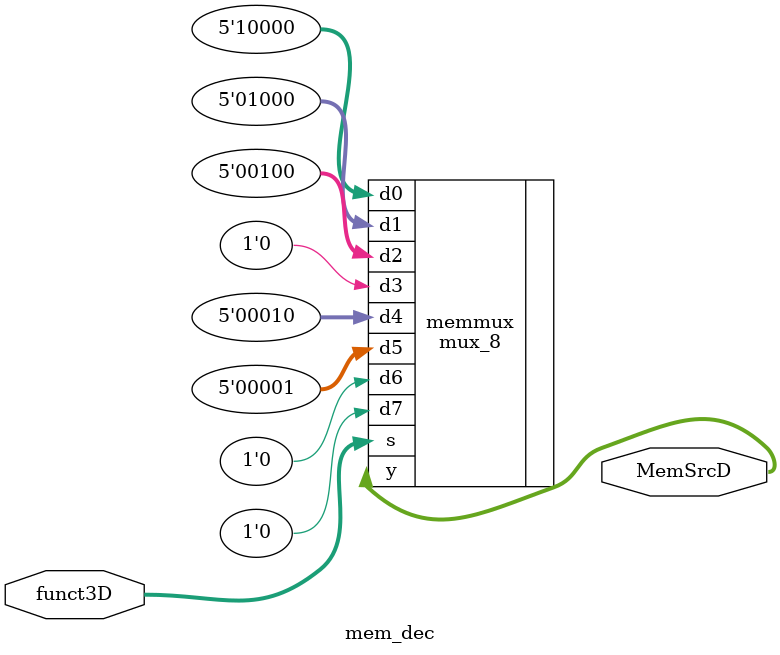
<source format=sv>
module mem_dec
(
    input   logic   [2:0]   funct3D,
    output  logic   [4:0]   MemSrcD
);

// MemSrcD = {membD, memhD, lwD, membuD, memhuD}
mux_8 #(5) memmux
(
    .d0 (5'b1_0_0_0_0), // lb, sb
    .d1 (5'b0_1_0_0_0), // lh, sh
    .d2 (5'b0_0_1_0_0), // lw, sw
    .d3 ('0),
    .d4 (5'b0_0_0_1_0), // lbu
    .d5 (5'b0_0_0_0_1), // lhu
    .d6 ('0),
    .d7 ('0),
    .s  (funct3D),
    .y  (MemSrcD)
);

endmodule:mem_dec

</source>
